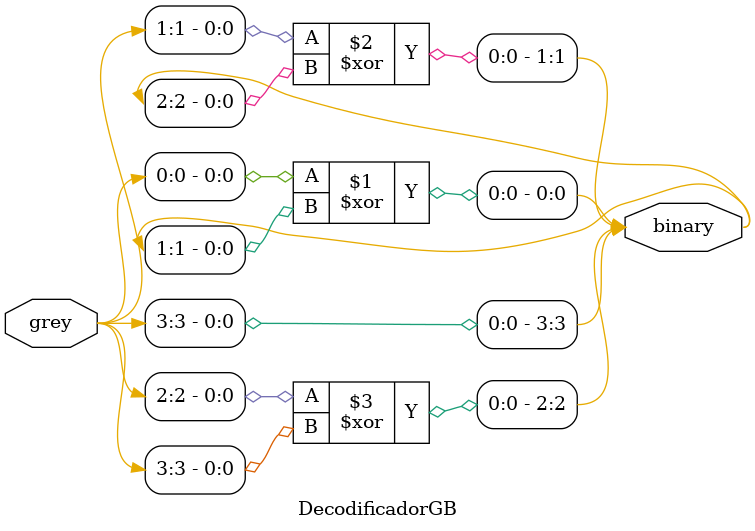
<source format=v>
`timescale 1ns / 1ps


module DecodificadorGB #( parameter N = 4 )(
    input [N-1:0] grey ,
    output wire [N-1:0] binary
     );
assign binary[N-1] = grey [N-1];

generate
genvar i;
    for(i=0;i<N-1;i=i+1) begin:b2g
        assign binary[i] = grey[i]^binary[i+1];
    end
endgenerate

endmodule

</source>
